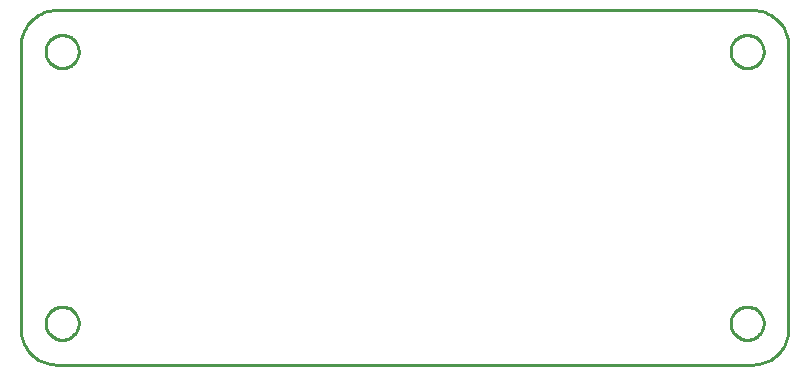
<source format=gbr>
G04 EAGLE Gerber RS-274X export*
G75*
%MOMM*%
%FSLAX34Y34*%
%LPD*%
%IN*%
%IPPOS*%
%AMOC8*
5,1,8,0,0,1.08239X$1,22.5*%
G01*
%ADD10C,0.254000*%


D10*
X0Y30000D02*
X114Y27385D01*
X456Y24791D01*
X1022Y22235D01*
X1809Y19739D01*
X2811Y17321D01*
X4019Y15000D01*
X5425Y12793D01*
X7019Y10716D01*
X8787Y8787D01*
X10716Y7019D01*
X12793Y5425D01*
X15000Y4019D01*
X17321Y2811D01*
X19739Y1809D01*
X22235Y1022D01*
X24791Y456D01*
X27385Y114D01*
X30000Y0D01*
X620000Y0D01*
X622615Y114D01*
X625209Y456D01*
X627765Y1022D01*
X630261Y1809D01*
X632679Y2811D01*
X635000Y4019D01*
X637207Y5425D01*
X639284Y7019D01*
X641213Y8787D01*
X642981Y10716D01*
X644575Y12793D01*
X645981Y15000D01*
X647189Y17321D01*
X648191Y19739D01*
X648978Y22235D01*
X649544Y24791D01*
X649886Y27385D01*
X650000Y30000D01*
X650000Y270000D01*
X649886Y272615D01*
X649544Y275209D01*
X648978Y277765D01*
X648191Y280261D01*
X647189Y282679D01*
X645981Y285000D01*
X644575Y287207D01*
X642981Y289284D01*
X641213Y291213D01*
X639284Y292981D01*
X637207Y294575D01*
X635000Y295981D01*
X632679Y297189D01*
X630261Y298191D01*
X627765Y298978D01*
X625209Y299544D01*
X622615Y299886D01*
X620000Y300000D01*
X30000Y300000D01*
X27385Y299886D01*
X24791Y299544D01*
X22235Y298978D01*
X19739Y298191D01*
X17321Y297189D01*
X15000Y295981D01*
X12793Y294575D01*
X10716Y292981D01*
X8787Y291213D01*
X7019Y289284D01*
X5425Y287207D01*
X4019Y285000D01*
X2811Y282679D01*
X1809Y280261D01*
X1022Y277765D01*
X456Y275209D01*
X114Y272615D01*
X0Y270000D01*
X0Y30000D01*
X49000Y34500D02*
X48929Y33503D01*
X48786Y32513D01*
X48574Y31536D01*
X48292Y30576D01*
X47943Y29639D01*
X47527Y28729D01*
X47048Y27852D01*
X46507Y27010D01*
X45908Y26210D01*
X45253Y25454D01*
X44546Y24747D01*
X43790Y24092D01*
X42990Y23493D01*
X42148Y22952D01*
X41271Y22473D01*
X40361Y22057D01*
X39424Y21708D01*
X38465Y21426D01*
X37487Y21214D01*
X36498Y21071D01*
X35500Y21000D01*
X34500Y21000D01*
X33503Y21071D01*
X32513Y21214D01*
X31536Y21426D01*
X30576Y21708D01*
X29639Y22057D01*
X28729Y22473D01*
X27852Y22952D01*
X27010Y23493D01*
X26210Y24092D01*
X25454Y24747D01*
X24747Y25454D01*
X24092Y26210D01*
X23493Y27010D01*
X22952Y27852D01*
X22473Y28729D01*
X22057Y29639D01*
X21708Y30576D01*
X21426Y31536D01*
X21214Y32513D01*
X21071Y33503D01*
X21000Y34500D01*
X21000Y35500D01*
X21071Y36498D01*
X21214Y37487D01*
X21426Y38465D01*
X21708Y39424D01*
X22057Y40361D01*
X22473Y41271D01*
X22952Y42148D01*
X23493Y42990D01*
X24092Y43790D01*
X24747Y44546D01*
X25454Y45253D01*
X26210Y45908D01*
X27010Y46507D01*
X27852Y47048D01*
X28729Y47527D01*
X29639Y47943D01*
X30576Y48292D01*
X31536Y48574D01*
X32513Y48786D01*
X33503Y48929D01*
X34500Y49000D01*
X35500Y49000D01*
X36498Y48929D01*
X37487Y48786D01*
X38465Y48574D01*
X39424Y48292D01*
X40361Y47943D01*
X41271Y47527D01*
X42148Y47048D01*
X42990Y46507D01*
X43790Y45908D01*
X44546Y45253D01*
X45253Y44546D01*
X45908Y43790D01*
X46507Y42990D01*
X47048Y42148D01*
X47527Y41271D01*
X47943Y40361D01*
X48292Y39424D01*
X48574Y38465D01*
X48786Y37487D01*
X48929Y36498D01*
X49000Y35500D01*
X49000Y34500D01*
X49000Y264500D02*
X48929Y263503D01*
X48786Y262513D01*
X48574Y261536D01*
X48292Y260576D01*
X47943Y259639D01*
X47527Y258729D01*
X47048Y257852D01*
X46507Y257010D01*
X45908Y256210D01*
X45253Y255454D01*
X44546Y254747D01*
X43790Y254092D01*
X42990Y253493D01*
X42148Y252952D01*
X41271Y252473D01*
X40361Y252057D01*
X39424Y251708D01*
X38465Y251426D01*
X37487Y251214D01*
X36498Y251071D01*
X35500Y251000D01*
X34500Y251000D01*
X33503Y251071D01*
X32513Y251214D01*
X31536Y251426D01*
X30576Y251708D01*
X29639Y252057D01*
X28729Y252473D01*
X27852Y252952D01*
X27010Y253493D01*
X26210Y254092D01*
X25454Y254747D01*
X24747Y255454D01*
X24092Y256210D01*
X23493Y257010D01*
X22952Y257852D01*
X22473Y258729D01*
X22057Y259639D01*
X21708Y260576D01*
X21426Y261536D01*
X21214Y262513D01*
X21071Y263503D01*
X21000Y264500D01*
X21000Y265500D01*
X21071Y266498D01*
X21214Y267487D01*
X21426Y268465D01*
X21708Y269424D01*
X22057Y270361D01*
X22473Y271271D01*
X22952Y272148D01*
X23493Y272990D01*
X24092Y273790D01*
X24747Y274546D01*
X25454Y275253D01*
X26210Y275908D01*
X27010Y276507D01*
X27852Y277048D01*
X28729Y277527D01*
X29639Y277943D01*
X30576Y278292D01*
X31536Y278574D01*
X32513Y278786D01*
X33503Y278929D01*
X34500Y279000D01*
X35500Y279000D01*
X36498Y278929D01*
X37487Y278786D01*
X38465Y278574D01*
X39424Y278292D01*
X40361Y277943D01*
X41271Y277527D01*
X42148Y277048D01*
X42990Y276507D01*
X43790Y275908D01*
X44546Y275253D01*
X45253Y274546D01*
X45908Y273790D01*
X46507Y272990D01*
X47048Y272148D01*
X47527Y271271D01*
X47943Y270361D01*
X48292Y269424D01*
X48574Y268465D01*
X48786Y267487D01*
X48929Y266498D01*
X49000Y265500D01*
X49000Y264500D01*
X629000Y264500D02*
X628929Y263503D01*
X628786Y262513D01*
X628574Y261536D01*
X628292Y260576D01*
X627943Y259639D01*
X627527Y258729D01*
X627048Y257852D01*
X626507Y257010D01*
X625908Y256210D01*
X625253Y255454D01*
X624546Y254747D01*
X623790Y254092D01*
X622990Y253493D01*
X622148Y252952D01*
X621271Y252473D01*
X620361Y252057D01*
X619424Y251708D01*
X618465Y251426D01*
X617487Y251214D01*
X616498Y251071D01*
X615500Y251000D01*
X614500Y251000D01*
X613503Y251071D01*
X612513Y251214D01*
X611536Y251426D01*
X610576Y251708D01*
X609639Y252057D01*
X608729Y252473D01*
X607852Y252952D01*
X607010Y253493D01*
X606210Y254092D01*
X605454Y254747D01*
X604747Y255454D01*
X604092Y256210D01*
X603493Y257010D01*
X602952Y257852D01*
X602473Y258729D01*
X602057Y259639D01*
X601708Y260576D01*
X601426Y261536D01*
X601214Y262513D01*
X601071Y263503D01*
X601000Y264500D01*
X601000Y265500D01*
X601071Y266498D01*
X601214Y267487D01*
X601426Y268465D01*
X601708Y269424D01*
X602057Y270361D01*
X602473Y271271D01*
X602952Y272148D01*
X603493Y272990D01*
X604092Y273790D01*
X604747Y274546D01*
X605454Y275253D01*
X606210Y275908D01*
X607010Y276507D01*
X607852Y277048D01*
X608729Y277527D01*
X609639Y277943D01*
X610576Y278292D01*
X611536Y278574D01*
X612513Y278786D01*
X613503Y278929D01*
X614500Y279000D01*
X615500Y279000D01*
X616498Y278929D01*
X617487Y278786D01*
X618465Y278574D01*
X619424Y278292D01*
X620361Y277943D01*
X621271Y277527D01*
X622148Y277048D01*
X622990Y276507D01*
X623790Y275908D01*
X624546Y275253D01*
X625253Y274546D01*
X625908Y273790D01*
X626507Y272990D01*
X627048Y272148D01*
X627527Y271271D01*
X627943Y270361D01*
X628292Y269424D01*
X628574Y268465D01*
X628786Y267487D01*
X628929Y266498D01*
X629000Y265500D01*
X629000Y264500D01*
X629000Y34500D02*
X628929Y33503D01*
X628786Y32513D01*
X628574Y31536D01*
X628292Y30576D01*
X627943Y29639D01*
X627527Y28729D01*
X627048Y27852D01*
X626507Y27010D01*
X625908Y26210D01*
X625253Y25454D01*
X624546Y24747D01*
X623790Y24092D01*
X622990Y23493D01*
X622148Y22952D01*
X621271Y22473D01*
X620361Y22057D01*
X619424Y21708D01*
X618465Y21426D01*
X617487Y21214D01*
X616498Y21071D01*
X615500Y21000D01*
X614500Y21000D01*
X613503Y21071D01*
X612513Y21214D01*
X611536Y21426D01*
X610576Y21708D01*
X609639Y22057D01*
X608729Y22473D01*
X607852Y22952D01*
X607010Y23493D01*
X606210Y24092D01*
X605454Y24747D01*
X604747Y25454D01*
X604092Y26210D01*
X603493Y27010D01*
X602952Y27852D01*
X602473Y28729D01*
X602057Y29639D01*
X601708Y30576D01*
X601426Y31536D01*
X601214Y32513D01*
X601071Y33503D01*
X601000Y34500D01*
X601000Y35500D01*
X601071Y36498D01*
X601214Y37487D01*
X601426Y38465D01*
X601708Y39424D01*
X602057Y40361D01*
X602473Y41271D01*
X602952Y42148D01*
X603493Y42990D01*
X604092Y43790D01*
X604747Y44546D01*
X605454Y45253D01*
X606210Y45908D01*
X607010Y46507D01*
X607852Y47048D01*
X608729Y47527D01*
X609639Y47943D01*
X610576Y48292D01*
X611536Y48574D01*
X612513Y48786D01*
X613503Y48929D01*
X614500Y49000D01*
X615500Y49000D01*
X616498Y48929D01*
X617487Y48786D01*
X618465Y48574D01*
X619424Y48292D01*
X620361Y47943D01*
X621271Y47527D01*
X622148Y47048D01*
X622990Y46507D01*
X623790Y45908D01*
X624546Y45253D01*
X625253Y44546D01*
X625908Y43790D01*
X626507Y42990D01*
X627048Y42148D01*
X627527Y41271D01*
X627943Y40361D01*
X628292Y39424D01*
X628574Y38465D01*
X628786Y37487D01*
X628929Y36498D01*
X629000Y35500D01*
X629000Y34500D01*
M02*

</source>
